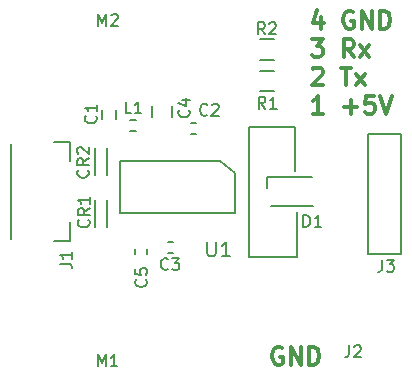
<source format=gto>
G04 #@! TF.FileFunction,Legend,Top*
%FSLAX46Y46*%
G04 Gerber Fmt 4.6, Leading zero omitted, Abs format (unit mm)*
G04 Created by KiCad (PCBNEW 4.0.1-stable) date 4/23/2016 10:29:46 PM*
%MOMM*%
G01*
G04 APERTURE LIST*
%ADD10C,0.150000*%
%ADD11C,0.300000*%
G04 APERTURE END LIST*
D10*
D11*
X151507143Y-122450000D02*
X151364286Y-122378571D01*
X151150000Y-122378571D01*
X150935715Y-122450000D01*
X150792857Y-122592857D01*
X150721429Y-122735714D01*
X150650000Y-123021429D01*
X150650000Y-123235714D01*
X150721429Y-123521429D01*
X150792857Y-123664286D01*
X150935715Y-123807143D01*
X151150000Y-123878571D01*
X151292857Y-123878571D01*
X151507143Y-123807143D01*
X151578572Y-123735714D01*
X151578572Y-123235714D01*
X151292857Y-123235714D01*
X152221429Y-123878571D02*
X152221429Y-122378571D01*
X153078572Y-123878571D01*
X153078572Y-122378571D01*
X153792858Y-123878571D02*
X153792858Y-122378571D01*
X154150001Y-122378571D01*
X154364286Y-122450000D01*
X154507144Y-122592857D01*
X154578572Y-122735714D01*
X154650001Y-123021429D01*
X154650001Y-123235714D01*
X154578572Y-123521429D01*
X154507144Y-123664286D01*
X154364286Y-123807143D01*
X154150001Y-123878571D01*
X153792858Y-123878571D01*
X154800000Y-94428571D02*
X154800000Y-95428571D01*
X154442857Y-93857143D02*
X154085714Y-94928571D01*
X155014286Y-94928571D01*
X157514285Y-94000000D02*
X157371428Y-93928571D01*
X157157142Y-93928571D01*
X156942857Y-94000000D01*
X156799999Y-94142857D01*
X156728571Y-94285714D01*
X156657142Y-94571429D01*
X156657142Y-94785714D01*
X156728571Y-95071429D01*
X156799999Y-95214286D01*
X156942857Y-95357143D01*
X157157142Y-95428571D01*
X157299999Y-95428571D01*
X157514285Y-95357143D01*
X157585714Y-95285714D01*
X157585714Y-94785714D01*
X157299999Y-94785714D01*
X158228571Y-95428571D02*
X158228571Y-93928571D01*
X159085714Y-95428571D01*
X159085714Y-93928571D01*
X159800000Y-95428571D02*
X159800000Y-93928571D01*
X160157143Y-93928571D01*
X160371428Y-94000000D01*
X160514286Y-94142857D01*
X160585714Y-94285714D01*
X160657143Y-94571429D01*
X160657143Y-94785714D01*
X160585714Y-95071429D01*
X160514286Y-95214286D01*
X160371428Y-95357143D01*
X160157143Y-95428571D01*
X159800000Y-95428571D01*
X154014286Y-96328571D02*
X154942857Y-96328571D01*
X154442857Y-96900000D01*
X154657143Y-96900000D01*
X154800000Y-96971429D01*
X154871429Y-97042857D01*
X154942857Y-97185714D01*
X154942857Y-97542857D01*
X154871429Y-97685714D01*
X154800000Y-97757143D01*
X154657143Y-97828571D01*
X154228571Y-97828571D01*
X154085714Y-97757143D01*
X154014286Y-97685714D01*
X157585714Y-97828571D02*
X157085714Y-97114286D01*
X156728571Y-97828571D02*
X156728571Y-96328571D01*
X157299999Y-96328571D01*
X157442857Y-96400000D01*
X157514285Y-96471429D01*
X157585714Y-96614286D01*
X157585714Y-96828571D01*
X157514285Y-96971429D01*
X157442857Y-97042857D01*
X157299999Y-97114286D01*
X156728571Y-97114286D01*
X158085714Y-97828571D02*
X158871428Y-96828571D01*
X158085714Y-96828571D02*
X158871428Y-97828571D01*
X154085714Y-98871429D02*
X154157143Y-98800000D01*
X154300000Y-98728571D01*
X154657143Y-98728571D01*
X154800000Y-98800000D01*
X154871429Y-98871429D01*
X154942857Y-99014286D01*
X154942857Y-99157143D01*
X154871429Y-99371429D01*
X154014286Y-100228571D01*
X154942857Y-100228571D01*
X156514285Y-98728571D02*
X157371428Y-98728571D01*
X156942857Y-100228571D02*
X156942857Y-98728571D01*
X157728571Y-100228571D02*
X158514285Y-99228571D01*
X157728571Y-99228571D02*
X158514285Y-100228571D01*
X154942857Y-102628571D02*
X154085714Y-102628571D01*
X154514286Y-102628571D02*
X154514286Y-101128571D01*
X154371429Y-101342857D01*
X154228571Y-101485714D01*
X154085714Y-101557143D01*
X156728571Y-102057143D02*
X157871428Y-102057143D01*
X157299999Y-102628571D02*
X157299999Y-101485714D01*
X159300000Y-101128571D02*
X158585714Y-101128571D01*
X158514285Y-101842857D01*
X158585714Y-101771429D01*
X158728571Y-101700000D01*
X159085714Y-101700000D01*
X159228571Y-101771429D01*
X159300000Y-101842857D01*
X159371428Y-101985714D01*
X159371428Y-102342857D01*
X159300000Y-102485714D01*
X159228571Y-102557143D01*
X159085714Y-102628571D01*
X158728571Y-102628571D01*
X158585714Y-102557143D01*
X158514285Y-102485714D01*
X159799999Y-101128571D02*
X160299999Y-102628571D01*
X160799999Y-101128571D01*
D10*
X152723800Y-114720000D02*
X152723800Y-110920000D01*
X152723800Y-114720000D02*
X148723800Y-114720000D01*
X148723800Y-114720000D02*
X148723800Y-103720000D01*
X148723800Y-103720000D02*
X152623800Y-103720000D01*
X152623800Y-103720000D02*
X152623800Y-107520000D01*
X154123800Y-110420000D02*
X150523800Y-110420000D01*
X154023800Y-108020000D02*
X150223800Y-108020000D01*
X150223800Y-108020000D02*
X150223800Y-108920000D01*
X142200000Y-102950000D02*
X142200000Y-101950000D01*
X140500000Y-101950000D02*
X140500000Y-102950000D01*
X137450000Y-102350000D02*
X137450000Y-103050000D01*
X136250000Y-103050000D02*
X136250000Y-102350000D01*
X144250000Y-103425000D02*
X143750000Y-103425000D01*
X143750000Y-104375000D02*
X144250000Y-104375000D01*
X139075000Y-114050000D02*
X139075000Y-114550000D01*
X140025000Y-114550000D02*
X140025000Y-114050000D01*
X136700000Y-109950000D02*
X136700000Y-112250000D01*
X135700000Y-109950000D02*
X135700000Y-112250000D01*
X135700000Y-107850000D02*
X135700000Y-105550000D01*
X136700000Y-107850000D02*
X136700000Y-105550000D01*
X138650000Y-104075000D02*
X139150000Y-104075000D01*
X139150000Y-103125000D02*
X138650000Y-103125000D01*
X132173200Y-113420000D02*
X133573200Y-113420000D01*
X133573200Y-113420000D02*
X133573200Y-111820000D01*
X132173200Y-105020000D02*
X133573200Y-105020000D01*
X133573200Y-105020000D02*
X133573200Y-106620000D01*
X128523200Y-105220000D02*
X128523200Y-113220000D01*
X141800000Y-114425000D02*
X142300000Y-114425000D01*
X142300000Y-113475000D02*
X141800000Y-113475000D01*
X161580000Y-114470000D02*
X158780000Y-114470000D01*
X161580000Y-104310000D02*
X158780000Y-104310000D01*
X161580000Y-114470000D02*
X161580000Y-104310000D01*
X158780000Y-104310000D02*
X158780000Y-114470000D01*
X149650000Y-98975000D02*
X150850000Y-98975000D01*
X150850000Y-100725000D02*
X149650000Y-100725000D01*
X149650000Y-96325000D02*
X150850000Y-96325000D01*
X150850000Y-98075000D02*
X149650000Y-98075000D01*
X147525000Y-107650000D02*
X146275000Y-106675000D01*
X147525000Y-111025000D02*
X147525000Y-107675000D01*
X146275000Y-106675000D02*
X137815000Y-106675000D01*
X137815000Y-106675000D02*
X137815000Y-111025000D01*
X137815000Y-111025000D02*
X147525000Y-111025000D01*
X153312905Y-112212381D02*
X153312905Y-111212381D01*
X153551000Y-111212381D01*
X153693858Y-111260000D01*
X153789096Y-111355238D01*
X153836715Y-111450476D01*
X153884334Y-111640952D01*
X153884334Y-111783810D01*
X153836715Y-111974286D01*
X153789096Y-112069524D01*
X153693858Y-112164762D01*
X153551000Y-112212381D01*
X153312905Y-112212381D01*
X154836715Y-112212381D02*
X154265286Y-112212381D01*
X154551000Y-112212381D02*
X154551000Y-111212381D01*
X154455762Y-111355238D01*
X154360524Y-111450476D01*
X154265286Y-111498095D01*
X143607143Y-102316666D02*
X143654762Y-102364285D01*
X143702381Y-102507142D01*
X143702381Y-102602380D01*
X143654762Y-102745238D01*
X143559524Y-102840476D01*
X143464286Y-102888095D01*
X143273810Y-102935714D01*
X143130952Y-102935714D01*
X142940476Y-102888095D01*
X142845238Y-102840476D01*
X142750000Y-102745238D01*
X142702381Y-102602380D01*
X142702381Y-102507142D01*
X142750000Y-102364285D01*
X142797619Y-102316666D01*
X143035714Y-101459523D02*
X143702381Y-101459523D01*
X142654762Y-101697619D02*
X143369048Y-101935714D01*
X143369048Y-101316666D01*
X135707143Y-102816666D02*
X135754762Y-102864285D01*
X135802381Y-103007142D01*
X135802381Y-103102380D01*
X135754762Y-103245238D01*
X135659524Y-103340476D01*
X135564286Y-103388095D01*
X135373810Y-103435714D01*
X135230952Y-103435714D01*
X135040476Y-103388095D01*
X134945238Y-103340476D01*
X134850000Y-103245238D01*
X134802381Y-103102380D01*
X134802381Y-103007142D01*
X134850000Y-102864285D01*
X134897619Y-102816666D01*
X135802381Y-101864285D02*
X135802381Y-102435714D01*
X135802381Y-102150000D02*
X134802381Y-102150000D01*
X134945238Y-102245238D01*
X135040476Y-102340476D01*
X135088095Y-102435714D01*
X145183334Y-102707143D02*
X145135715Y-102754762D01*
X144992858Y-102802381D01*
X144897620Y-102802381D01*
X144754762Y-102754762D01*
X144659524Y-102659524D01*
X144611905Y-102564286D01*
X144564286Y-102373810D01*
X144564286Y-102230952D01*
X144611905Y-102040476D01*
X144659524Y-101945238D01*
X144754762Y-101850000D01*
X144897620Y-101802381D01*
X144992858Y-101802381D01*
X145135715Y-101850000D01*
X145183334Y-101897619D01*
X145564286Y-101897619D02*
X145611905Y-101850000D01*
X145707143Y-101802381D01*
X145945239Y-101802381D01*
X146040477Y-101850000D01*
X146088096Y-101897619D01*
X146135715Y-101992857D01*
X146135715Y-102088095D01*
X146088096Y-102230952D01*
X145516667Y-102802381D01*
X146135715Y-102802381D01*
X139957143Y-116666666D02*
X140004762Y-116714285D01*
X140052381Y-116857142D01*
X140052381Y-116952380D01*
X140004762Y-117095238D01*
X139909524Y-117190476D01*
X139814286Y-117238095D01*
X139623810Y-117285714D01*
X139480952Y-117285714D01*
X139290476Y-117238095D01*
X139195238Y-117190476D01*
X139100000Y-117095238D01*
X139052381Y-116952380D01*
X139052381Y-116857142D01*
X139100000Y-116714285D01*
X139147619Y-116666666D01*
X139052381Y-115761904D02*
X139052381Y-116238095D01*
X139528571Y-116285714D01*
X139480952Y-116238095D01*
X139433333Y-116142857D01*
X139433333Y-115904761D01*
X139480952Y-115809523D01*
X139528571Y-115761904D01*
X139623810Y-115714285D01*
X139861905Y-115714285D01*
X139957143Y-115761904D01*
X140004762Y-115809523D01*
X140052381Y-115904761D01*
X140052381Y-116142857D01*
X140004762Y-116238095D01*
X139957143Y-116285714D01*
X135107143Y-111616666D02*
X135154762Y-111664285D01*
X135202381Y-111807142D01*
X135202381Y-111902380D01*
X135154762Y-112045238D01*
X135059524Y-112140476D01*
X134964286Y-112188095D01*
X134773810Y-112235714D01*
X134630952Y-112235714D01*
X134440476Y-112188095D01*
X134345238Y-112140476D01*
X134250000Y-112045238D01*
X134202381Y-111902380D01*
X134202381Y-111807142D01*
X134250000Y-111664285D01*
X134297619Y-111616666D01*
X135202381Y-110616666D02*
X134726190Y-110950000D01*
X135202381Y-111188095D02*
X134202381Y-111188095D01*
X134202381Y-110807142D01*
X134250000Y-110711904D01*
X134297619Y-110664285D01*
X134392857Y-110616666D01*
X134535714Y-110616666D01*
X134630952Y-110664285D01*
X134678571Y-110711904D01*
X134726190Y-110807142D01*
X134726190Y-111188095D01*
X135202381Y-109664285D02*
X135202381Y-110235714D01*
X135202381Y-109950000D02*
X134202381Y-109950000D01*
X134345238Y-110045238D01*
X134440476Y-110140476D01*
X134488095Y-110235714D01*
X135057143Y-107416666D02*
X135104762Y-107464285D01*
X135152381Y-107607142D01*
X135152381Y-107702380D01*
X135104762Y-107845238D01*
X135009524Y-107940476D01*
X134914286Y-107988095D01*
X134723810Y-108035714D01*
X134580952Y-108035714D01*
X134390476Y-107988095D01*
X134295238Y-107940476D01*
X134200000Y-107845238D01*
X134152381Y-107702380D01*
X134152381Y-107607142D01*
X134200000Y-107464285D01*
X134247619Y-107416666D01*
X135152381Y-106416666D02*
X134676190Y-106750000D01*
X135152381Y-106988095D02*
X134152381Y-106988095D01*
X134152381Y-106607142D01*
X134200000Y-106511904D01*
X134247619Y-106464285D01*
X134342857Y-106416666D01*
X134485714Y-106416666D01*
X134580952Y-106464285D01*
X134628571Y-106511904D01*
X134676190Y-106607142D01*
X134676190Y-106988095D01*
X134247619Y-106035714D02*
X134200000Y-105988095D01*
X134152381Y-105892857D01*
X134152381Y-105654761D01*
X134200000Y-105559523D01*
X134247619Y-105511904D01*
X134342857Y-105464285D01*
X134438095Y-105464285D01*
X134580952Y-105511904D01*
X135152381Y-106083333D01*
X135152381Y-105464285D01*
X138733334Y-102602381D02*
X138257143Y-102602381D01*
X138257143Y-101602381D01*
X139590477Y-102602381D02*
X139019048Y-102602381D01*
X139304762Y-102602381D02*
X139304762Y-101602381D01*
X139209524Y-101745238D01*
X139114286Y-101840476D01*
X139019048Y-101888095D01*
X132702381Y-115333333D02*
X133416667Y-115333333D01*
X133559524Y-115380953D01*
X133654762Y-115476191D01*
X133702381Y-115619048D01*
X133702381Y-115714286D01*
X133702381Y-114333333D02*
X133702381Y-114904762D01*
X133702381Y-114619048D02*
X132702381Y-114619048D01*
X132845238Y-114714286D01*
X132940476Y-114809524D01*
X132988095Y-114904762D01*
X141833334Y-115757143D02*
X141785715Y-115804762D01*
X141642858Y-115852381D01*
X141547620Y-115852381D01*
X141404762Y-115804762D01*
X141309524Y-115709524D01*
X141261905Y-115614286D01*
X141214286Y-115423810D01*
X141214286Y-115280952D01*
X141261905Y-115090476D01*
X141309524Y-114995238D01*
X141404762Y-114900000D01*
X141547620Y-114852381D01*
X141642858Y-114852381D01*
X141785715Y-114900000D01*
X141833334Y-114947619D01*
X142166667Y-114852381D02*
X142785715Y-114852381D01*
X142452381Y-115233333D01*
X142595239Y-115233333D01*
X142690477Y-115280952D01*
X142738096Y-115328571D01*
X142785715Y-115423810D01*
X142785715Y-115661905D01*
X142738096Y-115757143D01*
X142690477Y-115804762D01*
X142595239Y-115852381D01*
X142309524Y-115852381D01*
X142214286Y-115804762D01*
X142166667Y-115757143D01*
X157166667Y-122252381D02*
X157166667Y-122966667D01*
X157119047Y-123109524D01*
X157023809Y-123204762D01*
X156880952Y-123252381D01*
X156785714Y-123252381D01*
X157595238Y-122347619D02*
X157642857Y-122300000D01*
X157738095Y-122252381D01*
X157976191Y-122252381D01*
X158071429Y-122300000D01*
X158119048Y-122347619D01*
X158166667Y-122442857D01*
X158166667Y-122538095D01*
X158119048Y-122680952D01*
X157547619Y-123252381D01*
X158166667Y-123252381D01*
X159966667Y-115002381D02*
X159966667Y-115716667D01*
X159919047Y-115859524D01*
X159823809Y-115954762D01*
X159680952Y-116002381D01*
X159585714Y-116002381D01*
X160347619Y-115002381D02*
X160966667Y-115002381D01*
X160633333Y-115383333D01*
X160776191Y-115383333D01*
X160871429Y-115430952D01*
X160919048Y-115478571D01*
X160966667Y-115573810D01*
X160966667Y-115811905D01*
X160919048Y-115907143D01*
X160871429Y-115954762D01*
X160776191Y-116002381D01*
X160490476Y-116002381D01*
X160395238Y-115954762D01*
X160347619Y-115907143D01*
X150083334Y-102202381D02*
X149750000Y-101726190D01*
X149511905Y-102202381D02*
X149511905Y-101202381D01*
X149892858Y-101202381D01*
X149988096Y-101250000D01*
X150035715Y-101297619D01*
X150083334Y-101392857D01*
X150083334Y-101535714D01*
X150035715Y-101630952D01*
X149988096Y-101678571D01*
X149892858Y-101726190D01*
X149511905Y-101726190D01*
X151035715Y-102202381D02*
X150464286Y-102202381D01*
X150750000Y-102202381D02*
X150750000Y-101202381D01*
X150654762Y-101345238D01*
X150559524Y-101440476D01*
X150464286Y-101488095D01*
X150033334Y-95902381D02*
X149700000Y-95426190D01*
X149461905Y-95902381D02*
X149461905Y-94902381D01*
X149842858Y-94902381D01*
X149938096Y-94950000D01*
X149985715Y-94997619D01*
X150033334Y-95092857D01*
X150033334Y-95235714D01*
X149985715Y-95330952D01*
X149938096Y-95378571D01*
X149842858Y-95426190D01*
X149461905Y-95426190D01*
X150414286Y-94997619D02*
X150461905Y-94950000D01*
X150557143Y-94902381D01*
X150795239Y-94902381D01*
X150890477Y-94950000D01*
X150938096Y-94997619D01*
X150985715Y-95092857D01*
X150985715Y-95188095D01*
X150938096Y-95330952D01*
X150366667Y-95902381D01*
X150985715Y-95902381D01*
X145185714Y-113492857D02*
X145185714Y-114464286D01*
X145242857Y-114578571D01*
X145300000Y-114635714D01*
X145414286Y-114692857D01*
X145642857Y-114692857D01*
X145757143Y-114635714D01*
X145814286Y-114578571D01*
X145871429Y-114464286D01*
X145871429Y-113492857D01*
X147071429Y-114692857D02*
X146385714Y-114692857D01*
X146728572Y-114692857D02*
X146728572Y-113492857D01*
X146614286Y-113664286D01*
X146500000Y-113778571D01*
X146385714Y-113835714D01*
X135940476Y-95202381D02*
X135940476Y-94202381D01*
X136273810Y-94916667D01*
X136607143Y-94202381D01*
X136607143Y-95202381D01*
X137035714Y-94297619D02*
X137083333Y-94250000D01*
X137178571Y-94202381D01*
X137416667Y-94202381D01*
X137511905Y-94250000D01*
X137559524Y-94297619D01*
X137607143Y-94392857D01*
X137607143Y-94488095D01*
X137559524Y-94630952D01*
X136988095Y-95202381D01*
X137607143Y-95202381D01*
X135890476Y-124002381D02*
X135890476Y-123002381D01*
X136223810Y-123716667D01*
X136557143Y-123002381D01*
X136557143Y-124002381D01*
X137557143Y-124002381D02*
X136985714Y-124002381D01*
X137271428Y-124002381D02*
X137271428Y-123002381D01*
X137176190Y-123145238D01*
X137080952Y-123240476D01*
X136985714Y-123288095D01*
M02*

</source>
